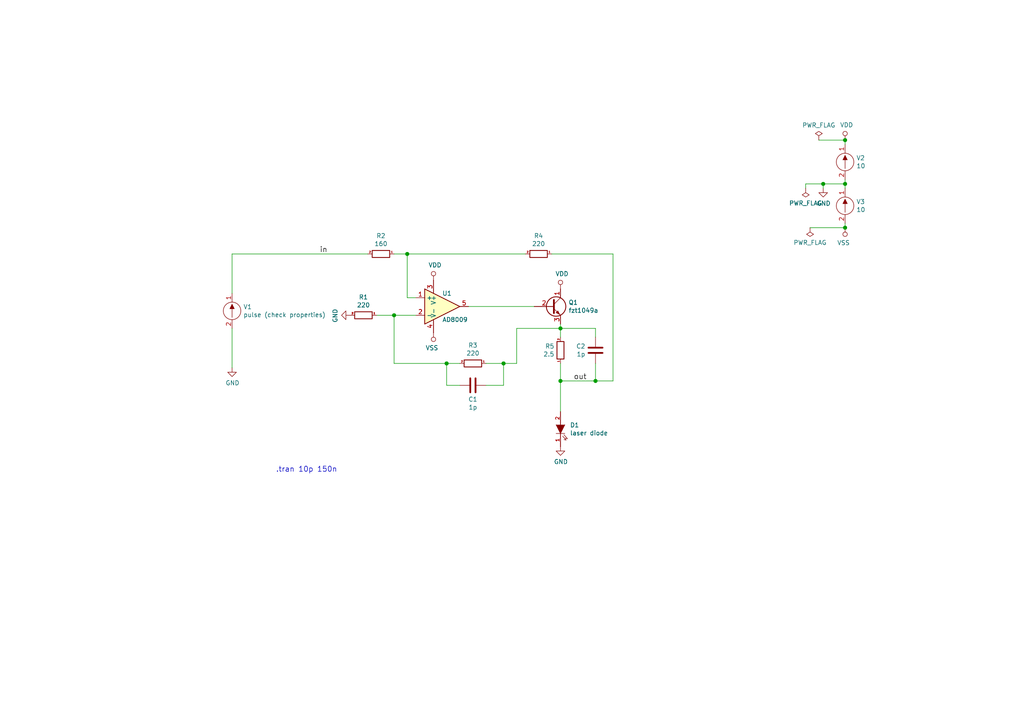
<source format=kicad_sch>
(kicad_sch (version 20230121) (generator eeschema)

  (uuid 345f09c0-9aae-452d-8e25-bb6665c6b8ac)

  (paper "A4")

  (lib_symbols
    (symbol "R_1" (pin_names (offset 0) hide) (in_bom yes) (on_board yes)
      (property "Reference" "R" (at 2.032 0 90)
        (effects (font (size 1.27 1.27)))
      )
      (property "Value" "R_1" (at 0 0 90)
        (effects (font (size 1.27 1.27)))
      )
      (property "Footprint" "" (at -1.778 0 90)
        (effects (font (size 0.762 0.762)))
      )
      (property "Datasheet" "" (at 0 0 0)
        (effects (font (size 0.762 0.762)))
      )
      (property "ki_fp_filters" "R_* Resistor_*" (at 0 0 0)
        (effects (font (size 1.27 1.27)) hide)
      )
      (symbol "R_1_0_1"
        (rectangle (start -1.016 -2.54) (end 1.016 2.54)
          (stroke (width 0.254) (type default))
          (fill (type none))
        )
      )
      (symbol "R_1_1_1"
        (pin passive line (at 0 3.81 270) (length 1.27)
          (name "1" (effects (font (size 0.508 0.508))))
          (number "1" (effects (font (size 0.508 0.508))))
        )
        (pin passive line (at 0 -3.81 90) (length 1.27)
          (name "2" (effects (font (size 0.508 0.508))))
          (number "2" (effects (font (size 0.508 0.508))))
        )
      )
    )
    (symbol "R_2" (pin_names (offset 0) hide) (in_bom yes) (on_board yes)
      (property "Reference" "R" (at 2.032 0 90)
        (effects (font (size 1.27 1.27)))
      )
      (property "Value" "R_2" (at 0 0 90)
        (effects (font (size 1.27 1.27)))
      )
      (property "Footprint" "" (at -1.778 0 90)
        (effects (font (size 0.762 0.762)))
      )
      (property "Datasheet" "" (at 0 0 0)
        (effects (font (size 0.762 0.762)))
      )
      (property "ki_fp_filters" "R_* Resistor_*" (at 0 0 0)
        (effects (font (size 1.27 1.27)) hide)
      )
      (symbol "R_2_0_1"
        (rectangle (start -1.016 -2.54) (end 1.016 2.54)
          (stroke (width 0.254) (type default))
          (fill (type none))
        )
      )
      (symbol "R_2_1_1"
        (pin passive line (at 0 3.81 270) (length 1.27)
          (name "1" (effects (font (size 0.508 0.508))))
          (number "1" (effects (font (size 0.508 0.508))))
        )
        (pin passive line (at 0 -3.81 90) (length 1.27)
          (name "2" (effects (font (size 0.508 0.508))))
          (number "2" (effects (font (size 0.508 0.508))))
        )
      )
    )
    (symbol "R_3" (pin_names (offset 0) hide) (in_bom yes) (on_board yes)
      (property "Reference" "R" (at 2.032 0 90)
        (effects (font (size 1.27 1.27)))
      )
      (property "Value" "R_3" (at 0 0 90)
        (effects (font (size 1.27 1.27)))
      )
      (property "Footprint" "" (at -1.778 0 90)
        (effects (font (size 0.762 0.762)))
      )
      (property "Datasheet" "" (at 0 0 0)
        (effects (font (size 0.762 0.762)))
      )
      (property "ki_fp_filters" "R_* Resistor_*" (at 0 0 0)
        (effects (font (size 1.27 1.27)) hide)
      )
      (symbol "R_3_0_1"
        (rectangle (start -1.016 -2.54) (end 1.016 2.54)
          (stroke (width 0.254) (type default))
          (fill (type none))
        )
      )
      (symbol "R_3_1_1"
        (pin passive line (at 0 3.81 270) (length 1.27)
          (name "1" (effects (font (size 0.508 0.508))))
          (number "1" (effects (font (size 0.508 0.508))))
        )
        (pin passive line (at 0 -3.81 90) (length 1.27)
          (name "2" (effects (font (size 0.508 0.508))))
          (number "2" (effects (font (size 0.508 0.508))))
        )
      )
    )
    (symbol "R_4" (pin_names (offset 0) hide) (in_bom yes) (on_board yes)
      (property "Reference" "R" (at 2.032 0 90)
        (effects (font (size 1.27 1.27)))
      )
      (property "Value" "R_4" (at 0 0 90)
        (effects (font (size 1.27 1.27)))
      )
      (property "Footprint" "" (at -1.778 0 90)
        (effects (font (size 0.762 0.762)))
      )
      (property "Datasheet" "" (at 0 0 0)
        (effects (font (size 0.762 0.762)))
      )
      (property "ki_fp_filters" "R_* Resistor_*" (at 0 0 0)
        (effects (font (size 1.27 1.27)) hide)
      )
      (symbol "R_4_0_1"
        (rectangle (start -1.016 -2.54) (end 1.016 2.54)
          (stroke (width 0.254) (type default))
          (fill (type none))
        )
      )
      (symbol "R_4_1_1"
        (pin passive line (at 0 3.81 270) (length 1.27)
          (name "1" (effects (font (size 0.508 0.508))))
          (number "1" (effects (font (size 0.508 0.508))))
        )
        (pin passive line (at 0 -3.81 90) (length 1.27)
          (name "2" (effects (font (size 0.508 0.508))))
          (number "2" (effects (font (size 0.508 0.508))))
        )
      )
    )
    (symbol "laser_driver_schlib:C" (pin_numbers hide) (pin_names (offset 0.254)) (in_bom yes) (on_board yes)
      (property "Reference" "C" (at 0.635 2.54 0)
        (effects (font (size 1.27 1.27)) (justify left))
      )
      (property "Value" "C" (at 0.635 -2.54 0)
        (effects (font (size 1.27 1.27)) (justify left))
      )
      (property "Footprint" "" (at 0.9652 -3.81 0)
        (effects (font (size 0.762 0.762)))
      )
      (property "Datasheet" "" (at 0 0 0)
        (effects (font (size 1.524 1.524)))
      )
      (property "ki_fp_filters" "C? C_????_* C_???? SMD*_c Capacitor*" (at 0 0 0)
        (effects (font (size 1.27 1.27)) hide)
      )
      (symbol "C_0_1"
        (polyline
          (pts
            (xy -2.032 -0.762)
            (xy 2.032 -0.762)
          )
          (stroke (width 0.508) (type default))
          (fill (type none))
        )
        (polyline
          (pts
            (xy -2.032 0.762)
            (xy 2.032 0.762)
          )
          (stroke (width 0.508) (type default))
          (fill (type none))
        )
      )
      (symbol "C_1_1"
        (pin passive line (at 0 3.81 270) (length 2.794)
          (name "~" (effects (font (size 1.016 1.016))))
          (number "1" (effects (font (size 1.016 1.016))))
        )
        (pin passive line (at 0 -3.81 90) (length 2.794)
          (name "~" (effects (font (size 1.016 1.016))))
          (number "2" (effects (font (size 1.016 1.016))))
        )
      )
    )
    (symbol "laser_driver_schlib:GND" (power) (pin_names (offset 0)) (in_bom yes) (on_board yes)
      (property "Reference" "#PWR" (at 0 -6.35 0)
        (effects (font (size 1.27 1.27)) hide)
      )
      (property "Value" "GND" (at 0 -3.81 0)
        (effects (font (size 1.27 1.27)))
      )
      (property "Footprint" "" (at 0 0 0)
        (effects (font (size 1.524 1.524)))
      )
      (property "Datasheet" "" (at 0 0 0)
        (effects (font (size 1.524 1.524)))
      )
      (symbol "GND_0_1"
        (polyline
          (pts
            (xy 0 0)
            (xy 0 -1.27)
            (xy 1.27 -1.27)
            (xy 0 -2.54)
            (xy -1.27 -1.27)
            (xy 0 -1.27)
          )
          (stroke (width 0) (type default))
          (fill (type none))
        )
      )
      (symbol "GND_1_1"
        (pin power_in line (at 0 0 270) (length 0) hide
          (name "GND" (effects (font (size 1.27 1.27))))
          (number "1" (effects (font (size 1.27 1.27))))
        )
      )
    )
    (symbol "laser_driver_schlib:Generic_Opamp" (in_bom yes) (on_board yes)
      (property "Reference" "U" (at 0 6.35 0)
        (effects (font (size 1.27 1.27)) (justify left))
      )
      (property "Value" "Generic_Opamp" (at 0 3.81 0)
        (effects (font (size 1.27 1.27)) (justify left))
      )
      (property "Footprint" "" (at -2.54 -2.54 0)
        (effects (font (size 1.27 1.27)))
      )
      (property "Datasheet" "" (at 0 0 0)
        (effects (font (size 1.27 1.27)))
      )
      (symbol "Generic_Opamp_0_1"
        (polyline
          (pts
            (xy -5.08 5.08)
            (xy 5.08 0)
            (xy -5.08 -5.08)
            (xy -5.08 5.08)
          )
          (stroke (width 0.254) (type default))
          (fill (type background))
        )
      )
      (symbol "Generic_Opamp_1_1"
        (pin input line (at -7.62 2.54 0) (length 2.54)
          (name "+" (effects (font (size 1.27 1.27))))
          (number "1" (effects (font (size 1.27 1.27))))
        )
        (pin input line (at -7.62 -2.54 0) (length 2.54)
          (name "-" (effects (font (size 1.27 1.27))))
          (number "2" (effects (font (size 1.27 1.27))))
        )
        (pin power_in line (at -2.54 7.62 270) (length 3.81)
          (name "V+" (effects (font (size 1.27 1.27))))
          (number "3" (effects (font (size 1.27 1.27))))
        )
        (pin power_in line (at -2.54 -7.62 90) (length 3.81)
          (name "V-" (effects (font (size 1.27 1.27))))
          (number "4" (effects (font (size 1.27 1.27))))
        )
        (pin output line (at 7.62 0 180) (length 2.54)
          (name "~" (effects (font (size 1.27 1.27))))
          (number "5" (effects (font (size 1.27 1.27))))
        )
      )
    )
    (symbol "laser_driver_schlib:LED" (pin_names (offset 1.016) hide) (in_bom yes) (on_board yes)
      (property "Reference" "D" (at 0 2.54 0)
        (effects (font (size 1.27 1.27)))
      )
      (property "Value" "LED" (at 0 -2.54 0)
        (effects (font (size 1.27 1.27)))
      )
      (property "Footprint" "" (at 0 0 0)
        (effects (font (size 1.524 1.524)))
      )
      (property "Datasheet" "" (at 0 0 0)
        (effects (font (size 1.524 1.524)))
      )
      (property "ki_fp_filters" "LED-3MM LED-5MM LED-10MM LED-0603 LED-0805 LED-1206 LEDV" (at 0 0 0)
        (effects (font (size 1.27 1.27)) hide)
      )
      (symbol "LED_0_1"
        (polyline
          (pts
            (xy -1.27 1.27)
            (xy -1.27 -1.27)
          )
          (stroke (width 0) (type default))
          (fill (type none))
        )
        (polyline
          (pts
            (xy -2.032 -0.635)
            (xy -3.175 -1.651)
            (xy -3.048 -1.016)
          )
          (stroke (width 0) (type default))
          (fill (type none))
        )
        (polyline
          (pts
            (xy -1.651 -1.016)
            (xy -2.794 -2.032)
            (xy -2.667 -1.397)
          )
          (stroke (width 0) (type default))
          (fill (type none))
        )
        (polyline
          (pts
            (xy 1.27 1.27)
            (xy -1.27 0)
            (xy 1.27 -1.27)
          )
          (stroke (width 0) (type default))
          (fill (type outline))
        )
      )
      (symbol "LED_1_1"
        (pin passive line (at -5.08 0 0) (length 3.81)
          (name "K" (effects (font (size 1.016 1.016))))
          (number "1" (effects (font (size 1.016 1.016))))
        )
        (pin passive line (at 5.08 0 180) (length 3.81)
          (name "A" (effects (font (size 1.016 1.016))))
          (number "2" (effects (font (size 1.016 1.016))))
        )
      )
    )
    (symbol "laser_driver_schlib:Q_NPN_CBE" (pin_names (offset 0) hide) (in_bom yes) (on_board yes)
      (property "Reference" "Q" (at 7.62 1.27 0)
        (effects (font (size 1.27 1.27)) (justify right))
      )
      (property "Value" "Q_NPN_CBE" (at 15.24 -1.27 0)
        (effects (font (size 1.27 1.27)) (justify right))
      )
      (property "Footprint" "" (at 5.08 2.54 0)
        (effects (font (size 0.7366 0.7366)))
      )
      (property "Datasheet" "" (at 0 0 0)
        (effects (font (size 1.524 1.524)))
      )
      (symbol "Q_NPN_CBE_0_1"
        (polyline
          (pts
            (xy 0.635 0.635)
            (xy 2.54 2.54)
          )
          (stroke (width 0) (type default))
          (fill (type none))
        )
        (polyline
          (pts
            (xy 0.635 -0.635)
            (xy 2.54 -2.54)
            (xy 2.54 -2.54)
          )
          (stroke (width 0) (type default))
          (fill (type none))
        )
        (polyline
          (pts
            (xy 0.635 1.905)
            (xy 0.635 -1.905)
            (xy 0.635 -1.905)
          )
          (stroke (width 0.508) (type default))
          (fill (type none))
        )
        (polyline
          (pts
            (xy 1.27 -1.778)
            (xy 1.778 -1.27)
            (xy 2.286 -2.286)
            (xy 1.27 -1.778)
            (xy 1.27 -1.778)
          )
          (stroke (width 0) (type default))
          (fill (type outline))
        )
        (circle (center 1.27 0) (radius 2.8194)
          (stroke (width 0.254) (type default))
          (fill (type none))
        )
      )
      (symbol "Q_NPN_CBE_1_1"
        (pin passive line (at 2.54 5.08 270) (length 2.54)
          (name "C" (effects (font (size 1.27 1.27))))
          (number "1" (effects (font (size 1.27 1.27))))
        )
        (pin input line (at -5.08 0 0) (length 5.715)
          (name "B" (effects (font (size 1.27 1.27))))
          (number "2" (effects (font (size 1.27 1.27))))
        )
        (pin passive line (at 2.54 -5.08 90) (length 2.54)
          (name "E" (effects (font (size 1.27 1.27))))
          (number "3" (effects (font (size 1.27 1.27))))
        )
      )
    )
    (symbol "laser_driver_schlib:R" (pin_names (offset 0) hide) (in_bom yes) (on_board yes)
      (property "Reference" "R" (at 2.032 0 90)
        (effects (font (size 1.27 1.27)))
      )
      (property "Value" "R" (at 0 0 90)
        (effects (font (size 1.27 1.27)))
      )
      (property "Footprint" "" (at -1.778 0 90)
        (effects (font (size 0.762 0.762)))
      )
      (property "Datasheet" "" (at 0 0 0)
        (effects (font (size 0.762 0.762)))
      )
      (property "ki_fp_filters" "R_* Resistor_*" (at 0 0 0)
        (effects (font (size 1.27 1.27)) hide)
      )
      (symbol "R_0_1"
        (rectangle (start -1.016 -2.54) (end 1.016 2.54)
          (stroke (width 0.254) (type default))
          (fill (type none))
        )
      )
      (symbol "R_1_1"
        (pin passive line (at 0 3.81 270) (length 1.27)
          (name "1" (effects (font (size 0.508 0.508))))
          (number "1" (effects (font (size 0.508 0.508))))
        )
        (pin passive line (at 0 -3.81 90) (length 1.27)
          (name "2" (effects (font (size 0.508 0.508))))
          (number "2" (effects (font (size 0.508 0.508))))
        )
      )
    )
    (symbol "laser_driver_schlib:VDD" (power) (pin_names (offset 0)) (in_bom yes) (on_board yes)
      (property "Reference" "#PWR" (at 0 -3.81 0)
        (effects (font (size 1.27 1.27)) hide)
      )
      (property "Value" "VDD" (at 0 3.81 0)
        (effects (font (size 1.27 1.27)))
      )
      (property "Footprint" "" (at 0 0 0)
        (effects (font (size 1.524 1.524)))
      )
      (property "Datasheet" "" (at 0 0 0)
        (effects (font (size 1.524 1.524)))
      )
      (symbol "VDD_0_1"
        (polyline
          (pts
            (xy 0 0)
            (xy 0 1.27)
          )
          (stroke (width 0) (type default))
          (fill (type none))
        )
        (circle (center 0 1.905) (radius 0.635)
          (stroke (width 0) (type default))
          (fill (type none))
        )
      )
      (symbol "VDD_1_1"
        (pin power_in line (at 0 0 90) (length 0) hide
          (name "VDD" (effects (font (size 1.27 1.27))))
          (number "1" (effects (font (size 1.27 1.27))))
        )
      )
    )
    (symbol "laser_driver_schlib:VSOURCE" (pin_names (offset 1.016)) (in_bom yes) (on_board yes)
      (property "Reference" "V" (at 5.08 5.08 0)
        (effects (font (size 1.27 1.27)))
      )
      (property "Value" "VSOURCE" (at 6.35 2.54 0)
        (effects (font (size 1.27 1.27)) hide)
      )
      (property "Footprint" "" (at 0 0 0)
        (effects (font (size 1.27 1.27)))
      )
      (property "Datasheet" "" (at 0 0 0)
        (effects (font (size 1.27 1.27)))
      )
      (property "Fieldname" "Value" (at 0 0 0)
        (effects (font (size 1.524 1.524)) hide)
      )
      (property "Spice_Primitive" "V" (at 0 0 0)
        (effects (font (size 1.524 1.524)) hide)
      )
      (property "Spice_Node_Sequence" "1 2" (at -7.62 5.08 0)
        (effects (font (size 1.524 1.524)) hide)
      )
      (symbol "VSOURCE_0_1"
        (polyline
          (pts
            (xy 0 -1.905)
            (xy 0 1.905)
          )
          (stroke (width 0) (type default))
          (fill (type none))
        )
        (polyline
          (pts
            (xy 0 1.905)
            (xy -0.635 0.635)
            (xy 0.635 0.635)
            (xy 0 1.905)
          )
          (stroke (width 0) (type default))
          (fill (type outline))
        )
        (circle (center 0 0) (radius 2.54)
          (stroke (width 0) (type default))
          (fill (type none))
        )
      )
      (symbol "VSOURCE_1_1"
        (pin input line (at 0 5.08 270) (length 2.54)
          (name "~" (effects (font (size 1.27 1.27))))
          (number "1" (effects (font (size 1.27 1.27))))
        )
        (pin input line (at 0 -5.08 90) (length 2.54)
          (name "~" (effects (font (size 1.27 1.27))))
          (number "2" (effects (font (size 1.27 1.27))))
        )
      )
    )
    (symbol "laser_driver_schlib:VSS" (power) (pin_names (offset 0)) (in_bom yes) (on_board yes)
      (property "Reference" "#PWR" (at 0 -3.81 0)
        (effects (font (size 1.27 1.27)) hide)
      )
      (property "Value" "VSS" (at 0 3.81 0)
        (effects (font (size 1.27 1.27)))
      )
      (property "Footprint" "" (at 0 0 0)
        (effects (font (size 1.524 1.524)))
      )
      (property "Datasheet" "" (at 0 0 0)
        (effects (font (size 1.524 1.524)))
      )
      (symbol "VSS_0_1"
        (polyline
          (pts
            (xy 0 0)
            (xy 0 1.27)
          )
          (stroke (width 0) (type default))
          (fill (type none))
        )
        (circle (center 0 1.905) (radius 0.635)
          (stroke (width 0) (type default))
          (fill (type none))
        )
      )
      (symbol "VSS_1_1"
        (pin power_in line (at 0 0 90) (length 0) hide
          (name "VSS" (effects (font (size 1.27 1.27))))
          (number "1" (effects (font (size 1.27 1.27))))
        )
      )
    )
    (symbol "power:PWR_FLAG" (power) (pin_numbers hide) (pin_names (offset 0) hide) (in_bom yes) (on_board yes)
      (property "Reference" "#FLG" (at 0 1.905 0)
        (effects (font (size 1.27 1.27)) hide)
      )
      (property "Value" "PWR_FLAG" (at 0 3.81 0)
        (effects (font (size 1.27 1.27)))
      )
      (property "Footprint" "" (at 0 0 0)
        (effects (font (size 1.27 1.27)) hide)
      )
      (property "Datasheet" "~" (at 0 0 0)
        (effects (font (size 1.27 1.27)) hide)
      )
      (property "ki_keywords" "power-flag" (at 0 0 0)
        (effects (font (size 1.27 1.27)) hide)
      )
      (property "ki_description" "Special symbol for telling ERC where power comes from" (at 0 0 0)
        (effects (font (size 1.27 1.27)) hide)
      )
      (symbol "PWR_FLAG_0_0"
        (pin power_out line (at 0 0 90) (length 0)
          (name "pwr" (effects (font (size 1.27 1.27))))
          (number "1" (effects (font (size 1.27 1.27))))
        )
      )
      (symbol "PWR_FLAG_0_1"
        (polyline
          (pts
            (xy 0 0)
            (xy 0 1.27)
            (xy -1.016 1.905)
            (xy 0 2.54)
            (xy 1.016 1.905)
            (xy 0 1.27)
          )
          (stroke (width 0) (type default))
          (fill (type none))
        )
      )
    )
  )

  (junction (at 238.76 53.34) (diameter 1.016) (color 0 0 0 0)
    (uuid 2458a5e4-a9ee-4559-8d60-8162624b29c1)
  )
  (junction (at 146.05 105.41) (diameter 1.016) (color 0 0 0 0)
    (uuid 5204e43b-805b-4cae-a883-b83959b4f2e9)
  )
  (junction (at 245.11 53.34) (diameter 1.016) (color 0 0 0 0)
    (uuid 635e5026-d111-4cb0-a089-ab5defcaede5)
  )
  (junction (at 162.56 95.25) (diameter 1.016) (color 0 0 0 0)
    (uuid 7d0a1349-e430-4d9e-9d9b-7ba102a3a011)
  )
  (junction (at 118.11 73.66) (diameter 1.016) (color 0 0 0 0)
    (uuid 846b9988-0da0-46c3-ba02-7f49cc1fe375)
  )
  (junction (at 245.11 66.04) (diameter 1.016) (color 0 0 0 0)
    (uuid 8486a017-47f7-457e-b511-ffa529b09927)
  )
  (junction (at 114.3 91.44) (diameter 1.016) (color 0 0 0 0)
    (uuid a9694e50-fbe0-4e59-91b8-32abdef47493)
  )
  (junction (at 129.54 105.41) (diameter 1.016) (color 0 0 0 0)
    (uuid c10e7980-7b96-4eb5-b8f3-5f29a0b2892d)
  )
  (junction (at 172.72 110.49) (diameter 1.016) (color 0 0 0 0)
    (uuid c89b34fa-cdac-4c14-88da-d05aa9dbb3c9)
  )
  (junction (at 162.56 110.49) (diameter 1.016) (color 0 0 0 0)
    (uuid ccec9c61-9f3f-4c93-931f-327d0dad5977)
  )
  (junction (at 245.11 40.64) (diameter 1.016) (color 0 0 0 0)
    (uuid eac94b5c-a2f4-4632-a9df-19fb163b696d)
  )

  (wire (pts (xy 162.56 110.49) (xy 162.56 119.38))
    (stroke (width 0) (type solid))
    (uuid 0635f3ba-592b-477b-b88b-85297d3f621f)
  )
  (wire (pts (xy 114.3 105.41) (xy 114.3 91.44))
    (stroke (width 0) (type solid))
    (uuid 09cce4a9-c373-4333-8a42-4ef53bf78c37)
  )
  (wire (pts (xy 146.05 111.76) (xy 146.05 105.41))
    (stroke (width 0) (type solid))
    (uuid 0f6f1664-b680-42f1-b77c-eff57dfe0984)
  )
  (wire (pts (xy 149.86 105.41) (xy 149.86 95.25))
    (stroke (width 0) (type solid))
    (uuid 258382be-4c95-41cb-9b29-e8783be56662)
  )
  (wire (pts (xy 67.31 106.68) (xy 67.31 95.25))
    (stroke (width 0) (type solid))
    (uuid 2f62686c-c711-4546-b23c-4b6a4d29062a)
  )
  (wire (pts (xy 160.02 73.66) (xy 177.8 73.66))
    (stroke (width 0) (type solid))
    (uuid 30d5788e-8d65-4809-8ac7-6ec3545dabe9)
  )
  (wire (pts (xy 129.54 105.41) (xy 133.35 105.41))
    (stroke (width 0) (type solid))
    (uuid 31121e75-3f90-48dd-9bcc-fe82a7c15bd6)
  )
  (wire (pts (xy 67.31 73.66) (xy 67.31 85.09))
    (stroke (width 0) (type solid))
    (uuid 322dbe27-b38a-43c8-b2e4-0b601ddf0a40)
  )
  (wire (pts (xy 114.3 105.41) (xy 129.54 105.41))
    (stroke (width 0) (type solid))
    (uuid 3fe25085-bf12-44f8-8b28-775467576a48)
  )
  (wire (pts (xy 233.68 53.34) (xy 233.68 54.61))
    (stroke (width 0) (type solid))
    (uuid 40ca5757-c2b4-4804-8836-548fab88b80a)
  )
  (wire (pts (xy 114.3 91.44) (xy 120.65 91.44))
    (stroke (width 0) (type solid))
    (uuid 45af3ada-6154-4556-8c0c-5e4cee5a8aab)
  )
  (wire (pts (xy 118.11 73.66) (xy 152.4 73.66))
    (stroke (width 0) (type solid))
    (uuid 472394d8-1b60-45f4-a851-7d55d0d0a80c)
  )
  (wire (pts (xy 245.11 53.34) (xy 245.11 54.61))
    (stroke (width 0) (type solid))
    (uuid 4ded3f87-dbb9-401e-8ced-54e2736ad9d6)
  )
  (wire (pts (xy 162.56 110.49) (xy 172.72 110.49))
    (stroke (width 0) (type solid))
    (uuid 50f630aa-9af4-478e-a635-d47f53a975e0)
  )
  (wire (pts (xy 245.11 40.64) (xy 245.11 41.91))
    (stroke (width 0) (type solid))
    (uuid 5291a971-be67-4846-87da-c226707249fb)
  )
  (wire (pts (xy 140.97 111.76) (xy 146.05 111.76))
    (stroke (width 0) (type solid))
    (uuid 54b16121-76e0-4ca1-835c-5db29d33b07c)
  )
  (wire (pts (xy 146.05 105.41) (xy 149.86 105.41))
    (stroke (width 0) (type solid))
    (uuid 64eb337e-6d35-409f-afb6-ace9e7d4da1c)
  )
  (wire (pts (xy 129.54 111.76) (xy 133.35 111.76))
    (stroke (width 0) (type solid))
    (uuid 687dd94f-159c-4b41-a9a6-803da892de1a)
  )
  (wire (pts (xy 172.72 110.49) (xy 177.8 110.49))
    (stroke (width 0) (type solid))
    (uuid 68adbf0e-0949-43a9-941a-5f772f7e784d)
  )
  (wire (pts (xy 140.97 105.41) (xy 146.05 105.41))
    (stroke (width 0) (type solid))
    (uuid 6b9265c1-5bf0-46c3-88c6-c28149d12696)
  )
  (wire (pts (xy 245.11 52.07) (xy 245.11 53.34))
    (stroke (width 0) (type solid))
    (uuid 6c6f452d-9afe-427f-b280-d0cb1d4662f9)
  )
  (wire (pts (xy 162.56 93.98) (xy 162.56 95.25))
    (stroke (width 0) (type solid))
    (uuid 6ea9f4a3-8276-410c-bd06-33a62131b7c7)
  )
  (wire (pts (xy 237.49 40.64) (xy 245.11 40.64))
    (stroke (width 0) (type solid))
    (uuid 7b3f87c9-f95a-4241-a517-23c734734fdb)
  )
  (wire (pts (xy 238.76 53.34) (xy 238.76 54.61))
    (stroke (width 0) (type solid))
    (uuid 83764fd0-95ca-4a7e-a3fd-1c010a2651ac)
  )
  (wire (pts (xy 149.86 95.25) (xy 162.56 95.25))
    (stroke (width 0) (type solid))
    (uuid 889710ec-1cc1-4a7d-9428-7425c964b8cb)
  )
  (wire (pts (xy 172.72 110.49) (xy 172.72 105.41))
    (stroke (width 0) (type solid))
    (uuid 8cfebc97-c8af-4a2f-bb8b-7066b20e4a81)
  )
  (wire (pts (xy 177.8 73.66) (xy 177.8 110.49))
    (stroke (width 0) (type solid))
    (uuid 8da935d3-7684-4d23-ac73-c3d5260ebaf0)
  )
  (wire (pts (xy 120.65 86.36) (xy 118.11 86.36))
    (stroke (width 0) (type solid))
    (uuid 8f20ba04-4e49-4bb2-9e9a-254d5856f67a)
  )
  (wire (pts (xy 238.76 53.34) (xy 245.11 53.34))
    (stroke (width 0) (type solid))
    (uuid 94d2a6c4-d3ac-4d5d-8010-fb21530d1e99)
  )
  (wire (pts (xy 234.95 66.04) (xy 245.11 66.04))
    (stroke (width 0) (type solid))
    (uuid 9ac32d1d-d0c7-408f-88e3-94a454ab86b9)
  )
  (wire (pts (xy 245.11 66.04) (xy 245.11 64.77))
    (stroke (width 0) (type solid))
    (uuid af0e6782-b6fa-4cd2-b70d-af94d8d31170)
  )
  (wire (pts (xy 129.54 105.41) (xy 129.54 111.76))
    (stroke (width 0) (type solid))
    (uuid b1048214-5e97-404d-a5e3-98e2567acc0d)
  )
  (wire (pts (xy 135.89 88.9) (xy 154.94 88.9))
    (stroke (width 0) (type solid))
    (uuid b5c2d9ea-893a-47dc-a632-0160f6aa7bbb)
  )
  (wire (pts (xy 106.68 73.66) (xy 67.31 73.66))
    (stroke (width 0) (type solid))
    (uuid b7e6771d-ff0f-4053-b551-25e26aefdaa6)
  )
  (wire (pts (xy 233.68 53.34) (xy 238.76 53.34))
    (stroke (width 0) (type solid))
    (uuid c0c7aa26-e750-49a6-975c-9dd4cb9e4b90)
  )
  (wire (pts (xy 109.22 91.44) (xy 114.3 91.44))
    (stroke (width 0) (type solid))
    (uuid c7f27d3c-e087-4244-b96b-ce2cbb2940a9)
  )
  (wire (pts (xy 162.56 105.41) (xy 162.56 110.49))
    (stroke (width 0) (type solid))
    (uuid d49d4c92-90e7-4e6d-9043-3d791cc32935)
  )
  (wire (pts (xy 162.56 95.25) (xy 162.56 97.79))
    (stroke (width 0) (type solid))
    (uuid d86d9276-e06d-4599-80e8-5d6386f77a0c)
  )
  (wire (pts (xy 172.72 95.25) (xy 172.72 97.79))
    (stroke (width 0) (type solid))
    (uuid db0bcd5a-e04f-4dd1-8af3-ebbac2f9904a)
  )
  (wire (pts (xy 162.56 95.25) (xy 172.72 95.25))
    (stroke (width 0) (type solid))
    (uuid dc089e65-ec1d-4f49-9103-ee8e3dafbf77)
  )
  (wire (pts (xy 118.11 86.36) (xy 118.11 73.66))
    (stroke (width 0) (type solid))
    (uuid ebe12a6f-6caf-45ab-a7b3-99e813d6b5df)
  )
  (wire (pts (xy 114.3 73.66) (xy 118.11 73.66))
    (stroke (width 0) (type solid))
    (uuid ec8ae3c7-b7c7-47bc-a29d-e531ccbf6f7c)
  )

  (text ".tran 10p 150n" (at 80.01 137.16 0)
    (effects (font (size 1.524 1.524)) (justify left bottom))
    (uuid d2ede8b8-d346-47de-905f-e906f9cac1bf)
  )

  (label "in" (at 92.71 73.66 0) (fields_autoplaced)
    (effects (font (size 1.524 1.524)) (justify left bottom))
    (uuid f31eebf6-0a5f-4b16-ad86-c4c03e7a5ba8)
  )
  (label "out" (at 166.37 110.49 0) (fields_autoplaced)
    (effects (font (size 1.524 1.524)) (justify left bottom))
    (uuid f9f32c4c-d94f-45c3-bd48-0c84f87c4ae6)
  )

  (symbol (lib_id "laser_driver_schlib:VSOURCE") (at 67.31 90.17 0) (unit 1)
    (in_bom yes) (on_board yes) (dnp no)
    (uuid 00000000-0000-0000-0000-000057336052)
    (property "Reference" "V1" (at 70.5612 89.0016 0)
      (effects (font (size 1.27 1.27)) (justify left))
    )
    (property "Value" "pulse (check properties)" (at 70.5612 91.313 0)
      (effects (font (size 1.27 1.27)) (justify left))
    )
    (property "Footprint" "" (at 67.31 90.17 0)
      (effects (font (size 1.27 1.27)))
    )
    (property "Datasheet" "" (at 67.31 90.17 0)
      (effects (font (size 1.27 1.27)))
    )
    (property "Sim.Device" "V" (at 67.31 90.17 0)
      (effects (font (size 1.524 1.524)) hide)
    )
    (property "Sim.Type" "PULSE" (at 0 0 0)
      (effects (font (size 0 0)) hide)
    )
    (property "Sim.Params" "y1=0 y2=3 td=100n tr=1n tf=1n tw=20n per=100n" (at 67.31 90.17 0)
      (effects (font (size 1.524 1.524)) hide)
    )
    (property "Sim.Pins" "1=+ 2=-" (at 0 0 0)
      (effects (font (size 0 0)) hide)
    )
    (pin "1" (uuid 5197a420-36c0-4e94-837c-3869abda7adb))
    (pin "2" (uuid 963aa2ed-8174-4bfb-b58d-9c313f986efb))
    (instances
      (project "laser_driver"
        (path "/345f09c0-9aae-452d-8e25-bb6665c6b8ac"
          (reference "V1") (unit 1)
        )
      )
    )
  )

  (symbol (lib_id "laser_driver_schlib:Generic_Opamp") (at 128.27 88.9 0) (unit 1)
    (in_bom yes) (on_board yes) (dnp no)
    (uuid 00000000-0000-0000-0000-00005788ff9f)
    (property "Reference" "U1" (at 128.27 85.09 0)
      (effects (font (size 1.27 1.27)) (justify left))
    )
    (property "Value" "AD8009" (at 128.27 92.71 0)
      (effects (font (size 1.27 1.27)) (justify left))
    )
    (property "Footprint" "" (at 125.73 91.44 0)
      (effects (font (size 1.27 1.27)))
    )
    (property "Datasheet" "" (at 128.27 88.9 0)
      (effects (font (size 1.27 1.27)))
    )
    (property "Fieldname" "Value" (at 128.27 88.9 0)
      (effects (font (size 1.524 1.524)) hide)
    )
    (property "Sim.Library" "ad8009.lib" (at 128.27 88.9 0)
      (effects (font (size 1.524 1.524)) hide)
    )
    (property "Sim.Name" "ad8009" (at 128.27 88.9 0)
      (effects (font (size 1.524 1.524)) hide)
    )
    (property "Sim.Pins" "1=1 2=2 3=99 4=50 5=28" (at 0 0 0)
      (effects (font (size 0 0)) hide)
    )
    (pin "1" (uuid c5ddd1b2-802e-4d44-a9a8-5fd98b85169e))
    (pin "2" (uuid 80f4fcf7-6b65-4e5c-a550-c3831bb0b43b))
    (pin "3" (uuid 39576561-900c-4bb3-8e71-d4a42b9eec4d))
    (pin "4" (uuid 018b4743-3f9d-4a1a-a0ee-da99f89800e3))
    (pin "5" (uuid 7f0810ec-9686-4533-b099-7c8b8e4f9857))
    (instances
      (project "laser_driver"
        (path "/345f09c0-9aae-452d-8e25-bb6665c6b8ac"
          (reference "U1") (unit 1)
        )
      )
    )
  )

  (symbol (lib_id "laser_driver_schlib:VSOURCE") (at 245.11 46.99 0) (unit 1)
    (in_bom yes) (on_board yes) (dnp no)
    (uuid 00000000-0000-0000-0000-0000578900ba)
    (property "Reference" "V2" (at 248.3612 45.8216 0)
      (effects (font (size 1.27 1.27)) (justify left))
    )
    (property "Value" "10" (at 248.3612 48.133 0)
      (effects (font (size 1.27 1.27)) (justify left))
    )
    (property "Footprint" "" (at 245.11 46.99 0)
      (effects (font (size 1.27 1.27)))
    )
    (property "Datasheet" "" (at 245.11 46.99 0)
      (effects (font (size 1.27 1.27)))
    )
    (property "Fieldname" "Value" (at 245.11 46.99 0)
      (effects (font (size 1.524 1.524)) hide)
    )
    (property "Sim.Device" "V" (at 245.11 46.99 0)
      (effects (font (size 1.524 1.524)) hide)
    )
    (property "Sim.Type" "DC" (at 0 0 0)
      (effects (font (size 0 0)) hide)
    )
    (property "Sim.Pins" "1=1 2=2" (at 237.49 41.91 0)
      (effects (font (size 1.524 1.524)) hide)
    )
    (pin "1" (uuid 59def277-e482-49e4-add6-23c83a4a40f8))
    (pin "2" (uuid a39c4b2c-a516-4aca-bbb1-61566aa7552b))
    (instances
      (project "laser_driver"
        (path "/345f09c0-9aae-452d-8e25-bb6665c6b8ac"
          (reference "V2") (unit 1)
        )
      )
    )
  )

  (symbol (lib_id "laser_driver_schlib:VSOURCE") (at 245.11 59.69 0) (unit 1)
    (in_bom yes) (on_board yes) (dnp no)
    (uuid 00000000-0000-0000-0000-000057890232)
    (property "Reference" "V3" (at 248.3612 58.5216 0)
      (effects (font (size 1.27 1.27)) (justify left))
    )
    (property "Value" "10" (at 248.3612 60.833 0)
      (effects (font (size 1.27 1.27)) (justify left))
    )
    (property "Footprint" "" (at 245.11 59.69 0)
      (effects (font (size 1.27 1.27)))
    )
    (property "Datasheet" "" (at 245.11 59.69 0)
      (effects (font (size 1.27 1.27)))
    )
    (property "Fieldname" "Value" (at 245.11 59.69 0)
      (effects (font (size 1.524 1.524)) hide)
    )
    (property "Sim.Device" "V" (at 245.11 59.69 0)
      (effects (font (size 1.524 1.524)) hide)
    )
    (property "Sim.Type" "DC" (at 0 0 0)
      (effects (font (size 0 0)) hide)
    )
    (property "Sim.Pins" "1=1 2=2" (at 237.49 54.61 0)
      (effects (font (size 1.524 1.524)) hide)
    )
    (pin "1" (uuid dc35ef92-0606-4330-8cb1-d06edd284c72))
    (pin "2" (uuid 2948c442-fd64-48d5-9bf5-9bf1d6f9c96a))
    (instances
      (project "laser_driver"
        (path "/345f09c0-9aae-452d-8e25-bb6665c6b8ac"
          (reference "V3") (unit 1)
        )
      )
    )
  )

  (symbol (lib_id "laser_driver_schlib:GND") (at 238.76 54.61 0) (unit 1)
    (in_bom yes) (on_board yes) (dnp no)
    (uuid 00000000-0000-0000-0000-0000578902d2)
    (property "Reference" "#PWR07" (at 238.76 60.96 0)
      (effects (font (size 1.27 1.27)) hide)
    )
    (property "Value" "GND" (at 238.887 59.0042 0)
      (effects (font (size 1.27 1.27)))
    )
    (property "Footprint" "" (at 238.76 54.61 0)
      (effects (font (size 1.27 1.27)))
    )
    (property "Datasheet" "" (at 238.76 54.61 0)
      (effects (font (size 1.27 1.27)))
    )
    (pin "1" (uuid 973adce4-432c-45dc-aefd-9e51b9ae1060))
    (instances
      (project "laser_driver"
        (path "/345f09c0-9aae-452d-8e25-bb6665c6b8ac"
          (reference "#PWR07") (unit 1)
        )
      )
    )
  )

  (symbol (lib_id "laser_driver_schlib:VDD") (at 245.11 40.64 0) (unit 1)
    (in_bom yes) (on_board yes) (dnp no)
    (uuid 00000000-0000-0000-0000-0000578903c0)
    (property "Reference" "#PWR08" (at 245.11 44.45 0)
      (effects (font (size 1.27 1.27)) hide)
    )
    (property "Value" "VDD" (at 245.5418 36.2458 0)
      (effects (font (size 1.27 1.27)))
    )
    (property "Footprint" "" (at 245.11 40.64 0)
      (effects (font (size 1.27 1.27)))
    )
    (property "Datasheet" "" (at 245.11 40.64 0)
      (effects (font (size 1.27 1.27)))
    )
    (pin "1" (uuid 722ebe56-d0d7-47af-9bbc-ca40fbb8a7ee))
    (instances
      (project "laser_driver"
        (path "/345f09c0-9aae-452d-8e25-bb6665c6b8ac"
          (reference "#PWR08") (unit 1)
        )
      )
    )
  )

  (symbol (lib_id "laser_driver_schlib:VSS") (at 245.11 66.04 180) (unit 1)
    (in_bom yes) (on_board yes) (dnp no)
    (uuid 00000000-0000-0000-0000-0000578903e2)
    (property "Reference" "#PWR09" (at 245.11 62.23 0)
      (effects (font (size 1.27 1.27)) hide)
    )
    (property "Value" "VSS" (at 244.6528 70.4342 0)
      (effects (font (size 1.27 1.27)))
    )
    (property "Footprint" "" (at 245.11 66.04 0)
      (effects (font (size 1.27 1.27)))
    )
    (property "Datasheet" "" (at 245.11 66.04 0)
      (effects (font (size 1.27 1.27)))
    )
    (pin "1" (uuid 7a8a6c3e-f769-4f48-8ff0-f26b07ff95a9))
    (instances
      (project "laser_driver"
        (path "/345f09c0-9aae-452d-8e25-bb6665c6b8ac"
          (reference "#PWR09") (unit 1)
        )
      )
    )
  )

  (symbol (lib_id "laser_driver_schlib:VDD") (at 125.73 81.28 0) (unit 1)
    (in_bom yes) (on_board yes) (dnp no)
    (uuid 00000000-0000-0000-0000-000057890425)
    (property "Reference" "#PWR03" (at 125.73 85.09 0)
      (effects (font (size 1.27 1.27)) hide)
    )
    (property "Value" "VDD" (at 126.1618 76.8858 0)
      (effects (font (size 1.27 1.27)))
    )
    (property "Footprint" "" (at 125.73 81.28 0)
      (effects (font (size 1.27 1.27)))
    )
    (property "Datasheet" "" (at 125.73 81.28 0)
      (effects (font (size 1.27 1.27)))
    )
    (pin "1" (uuid f277988a-24c7-4136-ad01-294432da805b))
    (instances
      (project "laser_driver"
        (path "/345f09c0-9aae-452d-8e25-bb6665c6b8ac"
          (reference "#PWR03") (unit 1)
        )
      )
    )
  )

  (symbol (lib_id "laser_driver_schlib:VSS") (at 125.73 96.52 180) (unit 1)
    (in_bom yes) (on_board yes) (dnp no)
    (uuid 00000000-0000-0000-0000-000057890453)
    (property "Reference" "#PWR04" (at 125.73 92.71 0)
      (effects (font (size 1.27 1.27)) hide)
    )
    (property "Value" "VSS" (at 125.2728 100.9142 0)
      (effects (font (size 1.27 1.27)))
    )
    (property "Footprint" "" (at 125.73 96.52 0)
      (effects (font (size 1.27 1.27)))
    )
    (property "Datasheet" "" (at 125.73 96.52 0)
      (effects (font (size 1.27 1.27)))
    )
    (pin "1" (uuid 2d5126a4-7370-47a6-81c3-34bb24d58da1))
    (instances
      (project "laser_driver"
        (path "/345f09c0-9aae-452d-8e25-bb6665c6b8ac"
          (reference "#PWR04") (unit 1)
        )
      )
    )
  )

  (symbol (lib_id "laser_driver_schlib:C") (at 172.72 101.6 180) (unit 1)
    (in_bom yes) (on_board yes) (dnp no)
    (uuid 00000000-0000-0000-0000-00005789085b)
    (property "Reference" "C2" (at 169.799 100.4316 0)
      (effects (font (size 1.27 1.27)) (justify left))
    )
    (property "Value" "1p" (at 169.799 102.743 0)
      (effects (font (size 1.27 1.27)) (justify left))
    )
    (property "Footprint" "" (at 171.7548 97.79 0)
      (effects (font (size 1.27 1.27)))
    )
    (property "Datasheet" "" (at 172.72 101.6 0)
      (effects (font (size 1.27 1.27)))
    )
    (pin "1" (uuid 39dd3d6a-df9a-4d64-90ce-c63969bbe542))
    (pin "2" (uuid dd7f4245-8efb-4898-8e29-ff4c82d82dde))
    (instances
      (project "laser_driver"
        (path "/345f09c0-9aae-452d-8e25-bb6665c6b8ac"
          (reference "C2") (unit 1)
        )
      )
    )
  )

  (symbol (lib_id "laser_driver_schlib:R") (at 162.56 101.6 180) (unit 1)
    (in_bom yes) (on_board yes) (dnp no)
    (uuid 00000000-0000-0000-0000-0000578ea6d8)
    (property "Reference" "R5" (at 160.8074 100.4316 0)
      (effects (font (size 1.27 1.27)) (justify left))
    )
    (property "Value" "2.5" (at 160.8074 102.743 0)
      (effects (font (size 1.27 1.27)) (justify left))
    )
    (property "Footprint" "" (at 164.338 101.6 90)
      (effects (font (size 1.27 1.27)))
    )
    (property "Datasheet" "" (at 162.56 101.6 0)
      (effects (font (size 1.27 1.27)))
    )
    (pin "1" (uuid 8180e012-9cef-4346-a906-5fe990559a19))
    (pin "2" (uuid 994f5fec-dfd3-4181-9a21-f981c98b3c7d))
    (instances
      (project "laser_driver"
        (path "/345f09c0-9aae-452d-8e25-bb6665c6b8ac"
          (reference "R5") (unit 1)
        )
      )
    )
  )

  (symbol (lib_name "R_1") (lib_id "laser_driver_schlib:R") (at 105.41 91.44 270) (unit 1)
    (in_bom yes) (on_board yes) (dnp no)
    (uuid 00000000-0000-0000-0000-0000578ea7ee)
    (property "Reference" "R1" (at 105.41 86.1822 90)
      (effects (font (size 1.27 1.27)))
    )
    (property "Value" "220" (at 105.41 88.4936 90)
      (effects (font (size 1.27 1.27)))
    )
    (property "Footprint" "" (at 105.41 89.662 90)
      (effects (font (size 1.27 1.27)))
    )
    (property "Datasheet" "" (at 105.41 91.44 0)
      (effects (font (size 1.27 1.27)))
    )
    (pin "1" (uuid 9803fd69-1b2e-4769-95c8-844a47371d01))
    (pin "2" (uuid bb369ca0-70cb-4230-a5d0-282d5ee0cc56))
    (instances
      (project "laser_driver"
        (path "/345f09c0-9aae-452d-8e25-bb6665c6b8ac"
          (reference "R1") (unit 1)
        )
      )
    )
  )

  (symbol (lib_name "R_4") (lib_id "laser_driver_schlib:R") (at 137.16 105.41 270) (unit 1)
    (in_bom yes) (on_board yes) (dnp no)
    (uuid 00000000-0000-0000-0000-0000578ea8b4)
    (property "Reference" "R3" (at 137.16 100.1522 90)
      (effects (font (size 1.27 1.27)))
    )
    (property "Value" "220" (at 137.16 102.4636 90)
      (effects (font (size 1.27 1.27)))
    )
    (property "Footprint" "" (at 137.16 103.632 90)
      (effects (font (size 1.27 1.27)))
    )
    (property "Datasheet" "" (at 137.16 105.41 0)
      (effects (font (size 1.27 1.27)))
    )
    (pin "1" (uuid 20bf1e7d-be19-4cd0-abb3-6ddda1a83b13))
    (pin "2" (uuid bceef02f-04ad-4959-a415-a1ed1485af31))
    (instances
      (project "laser_driver"
        (path "/345f09c0-9aae-452d-8e25-bb6665c6b8ac"
          (reference "R3") (unit 1)
        )
      )
    )
  )

  (symbol (lib_id "laser_driver_schlib:Q_NPN_CBE") (at 160.02 88.9 0) (unit 1)
    (in_bom yes) (on_board yes) (dnp no)
    (uuid 00000000-0000-0000-0000-0000578eadcc)
    (property "Reference" "Q1" (at 164.8714 87.7316 0)
      (effects (font (size 1.27 1.27)) (justify left))
    )
    (property "Value" "fzt1049a" (at 164.8714 90.043 0)
      (effects (font (size 1.27 1.27)) (justify left))
    )
    (property "Footprint" "" (at 165.1 86.36 0)
      (effects (font (size 1.27 1.27)))
    )
    (property "Datasheet" "" (at 160.02 88.9 0)
      (effects (font (size 1.27 1.27)))
    )
    (property "Fieldname" "Value" (at 160.02 88.9 0)
      (effects (font (size 1.524 1.524)) hide)
    )
    (property "Sim.Library" "fzt1049a.lib" (at 160.02 88.9 0)
      (effects (font (size 1.524 1.524)) hide)
    )
    (property "Sim.Name" "fzt1049a" (at 160.02 88.9 0)
      (effects (font (size 1.524 1.524)) hide)
    )
    (property "Sim.Pins" "1=C 1=C 2=B 2=B 3=E 3=E" (at 0 0 0)
      (effects (font (size 0 0)) hide)
    )
    (pin "1" (uuid 075a8c7c-8c08-4a89-bb61-0344115b2289))
    (pin "2" (uuid 19199317-6644-4fd5-bdba-2e53c0ea9083))
    (pin "3" (uuid fe56b655-ba64-4769-806c-0fea7a1f0c4c))
    (instances
      (project "laser_driver"
        (path "/345f09c0-9aae-452d-8e25-bb6665c6b8ac"
          (reference "Q1") (unit 1)
        )
      )
    )
  )

  (symbol (lib_id "laser_driver_schlib:C") (at 137.16 111.76 90) (unit 1)
    (in_bom yes) (on_board yes) (dnp no)
    (uuid 00000000-0000-0000-0000-0000578eb076)
    (property "Reference" "C1" (at 137.16 115.824 90)
      (effects (font (size 1.27 1.27)))
    )
    (property "Value" "1p" (at 137.16 118.1354 90)
      (effects (font (size 1.27 1.27)))
    )
    (property "Footprint" "" (at 140.97 110.7948 0)
      (effects (font (size 1.27 1.27)))
    )
    (property "Datasheet" "" (at 137.16 111.76 0)
      (effects (font (size 1.27 1.27)))
    )
    (pin "1" (uuid 80bede86-f568-4a91-a8e5-05a2abc4a536))
    (pin "2" (uuid 09ca4b01-5705-46df-af32-4af5eac89e2c))
    (instances
      (project "laser_driver"
        (path "/345f09c0-9aae-452d-8e25-bb6665c6b8ac"
          (reference "C1") (unit 1)
        )
      )
    )
  )

  (symbol (lib_id "laser_driver_schlib:LED") (at 162.56 124.46 90) (unit 1)
    (in_bom yes) (on_board yes) (dnp no)
    (uuid 00000000-0000-0000-0000-0000578eb1e8)
    (property "Reference" "D1" (at 165.3032 123.2916 90)
      (effects (font (size 1.27 1.27)) (justify right))
    )
    (property "Value" "laser diode" (at 165.3032 125.603 90)
      (effects (font (size 1.27 1.27)) (justify right))
    )
    (property "Footprint" "" (at 162.56 124.46 0)
      (effects (font (size 1.27 1.27)))
    )
    (property "Datasheet" "" (at 162.56 124.46 0)
      (effects (font (size 1.27 1.27)))
    )
    (property "Fieldname" "qtlp690c" (at 162.56 124.46 0)
      (effects (font (size 1.524 1.524)) hide)
    )
    (property "Sim.Library" "laser.lib" (at 162.56 124.46 0)
      (effects (font (size 1.524 1.524)) hide)
    )
    (property "Sim.Name" "laser" (at 162.56 124.46 0)
      (effects (font (size 1.524 1.524)) hide)
    )
    (property "Sim.Pins" "2=1 1=2" (at 162.56 124.46 90)
      (effects (font (size 1.524 1.524)) hide)
    )
    (pin "1" (uuid 017e0989-e00f-46cc-9694-ef1aa45bf136))
    (pin "2" (uuid 79f4aea1-0515-47a1-80f0-6296a3387ec7))
    (instances
      (project "laser_driver"
        (path "/345f09c0-9aae-452d-8e25-bb6665c6b8ac"
          (reference "D1") (unit 1)
        )
      )
    )
  )

  (symbol (lib_id "laser_driver_schlib:GND") (at 162.56 129.54 0) (unit 1)
    (in_bom yes) (on_board yes) (dnp no)
    (uuid 00000000-0000-0000-0000-0000578eb42d)
    (property "Reference" "#PWR06" (at 162.56 135.89 0)
      (effects (font (size 1.27 1.27)) hide)
    )
    (property "Value" "GND" (at 162.687 133.9342 0)
      (effects (font (size 1.27 1.27)))
    )
    (property "Footprint" "" (at 162.56 129.54 0)
      (effects (font (size 1.27 1.27)))
    )
    (property "Datasheet" "" (at 162.56 129.54 0)
      (effects (font (size 1.27 1.27)))
    )
    (pin "1" (uuid 5e38ebe9-08ac-4584-94b8-eb9b4b4e0fd2))
    (instances
      (project "laser_driver"
        (path "/345f09c0-9aae-452d-8e25-bb6665c6b8ac"
          (reference "#PWR06") (unit 1)
        )
      )
    )
  )

  (symbol (lib_name "R_3") (lib_id "laser_driver_schlib:R") (at 156.21 73.66 270) (unit 1)
    (in_bom yes) (on_board yes) (dnp no)
    (uuid 00000000-0000-0000-0000-0000578eba35)
    (property "Reference" "R4" (at 156.21 68.4022 90)
      (effects (font (size 1.27 1.27)))
    )
    (property "Value" "220" (at 156.21 70.7136 90)
      (effects (font (size 1.27 1.27)))
    )
    (property "Footprint" "" (at 156.21 71.882 90)
      (effects (font (size 1.27 1.27)))
    )
    (property "Datasheet" "" (at 156.21 73.66 0)
      (effects (font (size 1.27 1.27)))
    )
    (pin "1" (uuid b4a2ee67-e3f7-404f-9831-890c4347e933))
    (pin "2" (uuid eecd5373-3205-4d3a-903b-dc8800137c83))
    (instances
      (project "laser_driver"
        (path "/345f09c0-9aae-452d-8e25-bb6665c6b8ac"
          (reference "R4") (unit 1)
        )
      )
    )
  )

  (symbol (lib_name "R_2") (lib_id "laser_driver_schlib:R") (at 110.49 73.66 270) (unit 1)
    (in_bom yes) (on_board yes) (dnp no)
    (uuid 00000000-0000-0000-0000-0000578ebb39)
    (property "Reference" "R2" (at 110.49 68.4022 90)
      (effects (font (size 1.27 1.27)))
    )
    (property "Value" "160" (at 110.49 70.7136 90)
      (effects (font (size 1.27 1.27)))
    )
    (property "Footprint" "" (at 110.49 71.882 90)
      (effects (font (size 1.27 1.27)))
    )
    (property "Datasheet" "" (at 110.49 73.66 0)
      (effects (font (size 1.27 1.27)))
    )
    (pin "1" (uuid dec7857d-5997-49b3-9c15-455795db6f2e))
    (pin "2" (uuid b185344b-cb8e-4343-8bd6-e1bf9b957880))
    (instances
      (project "laser_driver"
        (path "/345f09c0-9aae-452d-8e25-bb6665c6b8ac"
          (reference "R2") (unit 1)
        )
      )
    )
  )

  (symbol (lib_id "laser_driver_schlib:GND") (at 101.6 91.44 270) (unit 1)
    (in_bom yes) (on_board yes) (dnp no)
    (uuid 00000000-0000-0000-0000-0000578ebbe4)
    (property "Reference" "#PWR02" (at 95.25 91.44 0)
      (effects (font (size 1.27 1.27)) hide)
    )
    (property "Value" "GND" (at 97.2058 91.567 0)
      (effects (font (size 1.27 1.27)))
    )
    (property "Footprint" "" (at 101.6 91.44 0)
      (effects (font (size 1.27 1.27)))
    )
    (property "Datasheet" "" (at 101.6 91.44 0)
      (effects (font (size 1.27 1.27)))
    )
    (pin "1" (uuid 4acc58ba-17e5-439c-9da3-f728baadbd7b))
    (instances
      (project "laser_driver"
        (path "/345f09c0-9aae-452d-8e25-bb6665c6b8ac"
          (reference "#PWR02") (unit 1)
        )
      )
    )
  )

  (symbol (lib_id "laser_driver_schlib:GND") (at 67.31 106.68 0) (unit 1)
    (in_bom yes) (on_board yes) (dnp no)
    (uuid 00000000-0000-0000-0000-0000578ec19d)
    (property "Reference" "#PWR01" (at 67.31 113.03 0)
      (effects (font (size 1.27 1.27)) hide)
    )
    (property "Value" "GND" (at 67.437 111.0742 0)
      (effects (font (size 1.27 1.27)))
    )
    (property "Footprint" "" (at 67.31 106.68 0)
      (effects (font (size 1.27 1.27)))
    )
    (property "Datasheet" "" (at 67.31 106.68 0)
      (effects (font (size 1.27 1.27)))
    )
    (pin "1" (uuid 9f3f68c6-8b3d-4e7b-8e81-a1a2634203b2))
    (instances
      (project "laser_driver"
        (path "/345f09c0-9aae-452d-8e25-bb6665c6b8ac"
          (reference "#PWR01") (unit 1)
        )
      )
    )
  )

  (symbol (lib_id "laser_driver_schlib:VDD") (at 162.56 83.82 0) (unit 1)
    (in_bom yes) (on_board yes) (dnp no)
    (uuid 00000000-0000-0000-0000-00005a0b5a9d)
    (property "Reference" "#PWR0101" (at 162.56 87.63 0)
      (effects (font (size 1.27 1.27)) hide)
    )
    (property "Value" "VDD" (at 162.9918 79.4258 0)
      (effects (font (size 1.27 1.27)))
    )
    (property "Footprint" "" (at 162.56 83.82 0)
      (effects (font (size 1.27 1.27)))
    )
    (property "Datasheet" "" (at 162.56 83.82 0)
      (effects (font (size 1.27 1.27)))
    )
    (pin "1" (uuid d19d6ae3-746e-4b6a-b3e0-4dd381515c17))
    (instances
      (project "laser_driver"
        (path "/345f09c0-9aae-452d-8e25-bb6665c6b8ac"
          (reference "#PWR0101") (unit 1)
        )
      )
    )
  )

  (symbol (lib_id "power:PWR_FLAG") (at 237.49 40.64 0) (unit 1)
    (in_bom yes) (on_board yes) (dnp no)
    (uuid 30468655-fd8b-4bef-8c43-09d939fcbff5)
    (property "Reference" "#FLG0101" (at 237.49 38.735 0)
      (effects (font (size 1.27 1.27)) hide)
    )
    (property "Value" "PWR_FLAG" (at 237.49 36.3156 0)
      (effects (font (size 1.27 1.27)))
    )
    (property "Footprint" "" (at 237.49 40.64 0)
      (effects (font (size 1.27 1.27)) hide)
    )
    (property "Datasheet" "~" (at 237.49 40.64 0)
      (effects (font (size 1.27 1.27)) hide)
    )
    (pin "1" (uuid 45f1295a-cc7e-4b52-84df-1c723b876b60))
    (instances
      (project "laser_driver"
        (path "/345f09c0-9aae-452d-8e25-bb6665c6b8ac"
          (reference "#FLG0101") (unit 1)
        )
      )
    )
  )

  (symbol (lib_id "power:PWR_FLAG") (at 233.68 54.61 180) (unit 1)
    (in_bom yes) (on_board yes) (dnp no)
    (uuid 63fc4c18-7f39-4806-9185-c37efcf99579)
    (property "Reference" "#FLG0103" (at 233.68 56.515 0)
      (effects (font (size 1.27 1.27)) hide)
    )
    (property "Value" "PWR_FLAG" (at 233.68 58.9344 0)
      (effects (font (size 1.27 1.27)))
    )
    (property "Footprint" "" (at 233.68 54.61 0)
      (effects (font (size 1.27 1.27)) hide)
    )
    (property "Datasheet" "~" (at 233.68 54.61 0)
      (effects (font (size 1.27 1.27)) hide)
    )
    (pin "1" (uuid dbae8912-cf5e-49bd-99e6-85fb634a3299))
    (instances
      (project "laser_driver"
        (path "/345f09c0-9aae-452d-8e25-bb6665c6b8ac"
          (reference "#FLG0103") (unit 1)
        )
      )
    )
  )

  (symbol (lib_id "power:PWR_FLAG") (at 234.95 66.04 180) (unit 1)
    (in_bom yes) (on_board yes) (dnp no)
    (uuid a8f4cb9f-5c44-4d92-b170-52e37c1ffbb3)
    (property "Reference" "#FLG0102" (at 234.95 67.945 0)
      (effects (font (size 1.27 1.27)) hide)
    )
    (property "Value" "PWR_FLAG" (at 234.95 70.3644 0)
      (effects (font (size 1.27 1.27)))
    )
    (property "Footprint" "" (at 234.95 66.04 0)
      (effects (font (size 1.27 1.27)) hide)
    )
    (property "Datasheet" "~" (at 234.95 66.04 0)
      (effects (font (size 1.27 1.27)) hide)
    )
    (pin "1" (uuid 5c70cd01-9984-486c-b999-f68f6bd9bdcc))
    (instances
      (project "laser_driver"
        (path "/345f09c0-9aae-452d-8e25-bb6665c6b8ac"
          (reference "#FLG0102") (unit 1)
        )
      )
    )
  )

  (sheet_instances
    (path "/" (page "1"))
  )
)

</source>
